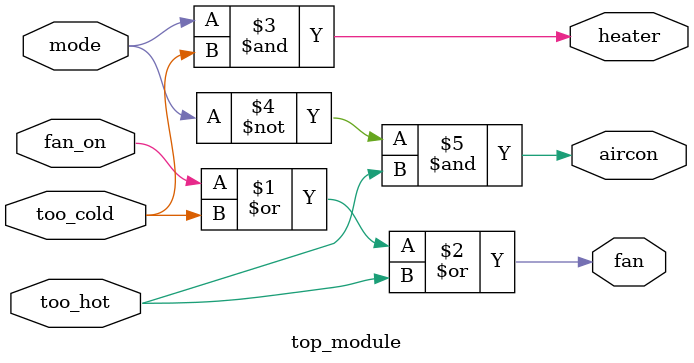
<source format=sv>
module top_module(
    input mode,
    input too_cold, 
    input too_hot,
    input fan_on,
    output heater,
    output aircon,
    output fan
);

    // Fan control
    assign fan = fan_on | too_cold | too_hot;

    // Heater control
    assign heater = (mode & too_cold);

    // Air conditioner control
    assign aircon = (~mode & too_hot);

endmodule

</source>
